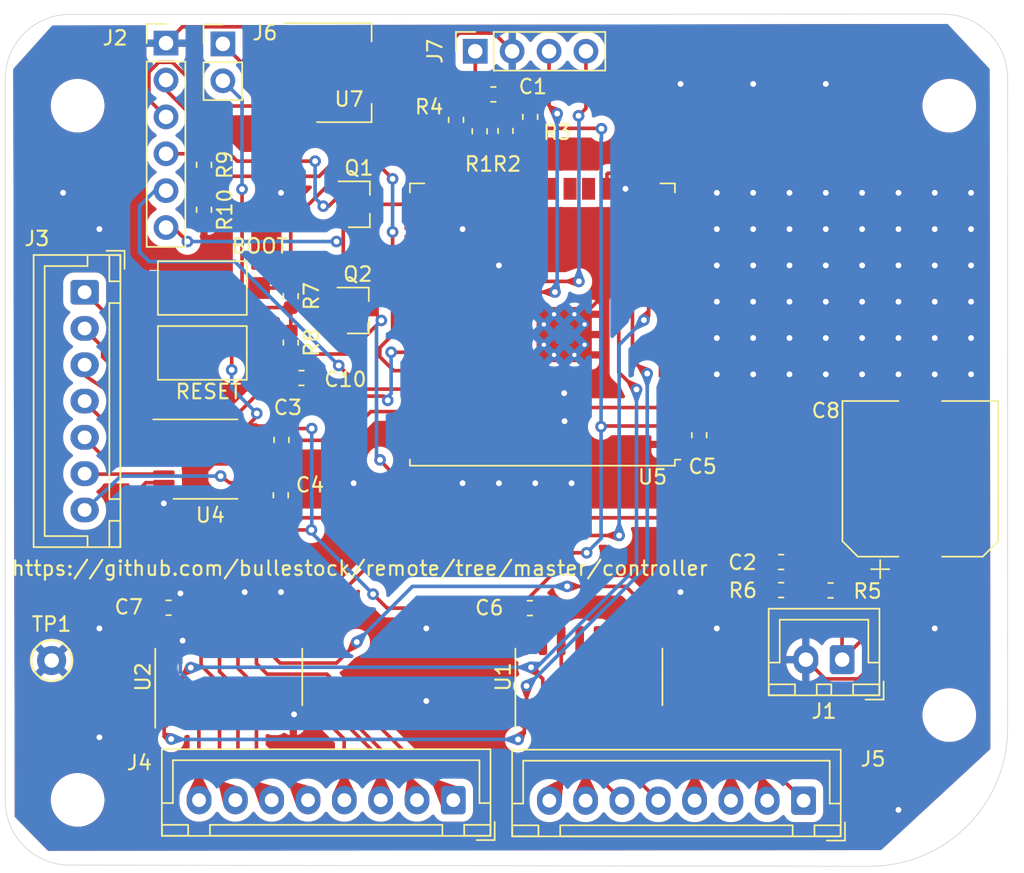
<source format=kicad_pcb>
(kicad_pcb (version 20241010) (generator "pcbnew") (generator_version "8.99")
  (title_block (comment 4 "AISLER Project ID: ALYTUZES"))
  (layers (0 "F.Cu" signal) (2 "B.Cu" signal) (13 "F.Paste" user) (15 "B.Paste" user) (5 "F.SilkS" user "F.Silkscreen") (7 "B.SilkS" user "B.Silkscreen") (1 "F.Mask" user) (3 "B.Mask" user) (25 "Edge.Cuts" user))
  (net 0 "")
  (net 1 "GND")
  (net 2 "Net-(U4-CH6)")
  (net 3 "PL")
  (net 4 "CP")
  (net 5 "Q7")
  (net 6 "SCL")
  (net 11 "Net-(J3-Pin_7)")
  (net 12 "Net-(J4-Pin_1)")
  (net 13 "Net-(J4-Pin_2)")
  (net 14 "Net-(J4-Pin_3)")
  (net 15 "Net-(J4-Pin_4)")
  (net 16 "Net-(J4-Pin_5)")
  (net 17 "Net-(J4-Pin_6)")
  (net 18 "MCU_RX0")
  (net 19 "+BATT")
  (net 20 "RTS")
  (net 21 "DTR")
  (net 22 "Net-(J2-Pin_4)")
  (net 23 "Net-(J3-Pin_3)")
  (net 24 "Net-(J3-Pin_6)")
  (net 25 "Net-(J3-Pin_4)")
  (net 26 "Net-(J3-Pin_5)")
  (net 27 "Net-(J3-Pin_1)")
  (net 28 "Net-(J3-Pin_2)")
  (net 29 "Net-(J4-Pin_8)")
  (net 30 "Net-(J4-Pin_7)")
  (net 31 "Net-(J5-Pin_4)")
  (net 32 "Net-(J5-Pin_5)")
  (net 33 "Net-(J5-Pin_2)")
  (net 35 "Net-(U1-Q7)")
  (net 38 "SDA")
  (net 39 "MCU_TX0")
  (net 48 "Net-(J5-Pin_8)")
  (net 49 "~{BOOT}")
  (net 50 "~{RESET}")
  (net 63 "Net-(J5-Pin_1)")
  (net 64 "Net-(J5-Pin_3)")
  (net 65 "Net-(J5-Pin_6)")
  (net 66 "Net-(J5-Pin_7)")
  (net 67 "+5V")
  (net 68 "Net-(J6-Pin_1)")
  (footprint "RF_Module:ESP32-WROOM-32U" (layer "F.Cu") (at 297.9928 114.0742 180)
    (property "Reference" "U5")
    (property "Value" "ESP32-WROOM-32U")
  )
  (footprint "Capacitor_SMD:C_0603_1608Metric" (layer "F.Cu") (at 294.6169 98.2218 180)
    (property "Reference" "C1")
    (property "Value" "1u")
  )
  (footprint "Package_SO:TSSOP-16_4.4x5mm_P0.65mm" (layer "F.Cu") (at 274.8026 123.3424)
    (property "Reference" "U4")
    (property "Value" "ADS7828")
  )
  (footprint "Capacitor_SMD:C_0603_1608Metric" (layer "F.Cu") (at 297.1292 133.604)
    (property "Reference" "C6")
    (property "Value" "100n")
  )
  (footprint "Capacitor_SMD:C_0603_1608Metric" (layer "F.Cu") (at 308.7878 121.6914 90)
    (property "Reference" "C5")
    (property "Value" "1u")
  )
  (footprint "Capacitor_SMD:C_0603_1608Metric" (layer "F.Cu") (at 279.9842 125.8316 -90)
    (property "Reference" "C4")
    (property "Value" "100n")
  )
  (footprint "Capacitor_SMD:C_0603_1608Metric" (layer "F.Cu") (at 280.035 122.0216 -90)
    (property "Reference" "C3")
    (property "Value" "1u")
  )
  (footprint "Capacitor_SMD:C_0603_1608Metric" (layer "F.Cu") (at 272.2626 133.5786)
    (property "Reference" "C7")
    (property "Value" "100n")
  )
  (footprint "MountingHole:MountingHole_3.2mm_M3" (layer "F.Cu") (at 266 99)
    (property "Reference" "H1" (hide yes))
    (property "Value" "MountingHole")
  )
  (footprint "MountingHole:MountingHole_3.2mm_M3" (layer "F.Cu") (at 326 99)
    (property "Reference" "H2" (hide yes))
    (property "Value" "MountingHole")
  )
  (footprint "MountingHole:MountingHole_3.2mm_M3" (layer "F.Cu") (at 326 140.97)
    (property "Reference" "H3" (hide yes))
    (property "Value" "MountingHole")
  )
  (footprint "MountingHole:MountingHole_3.2mm_M3" (layer "F.Cu") (at 266 146.812)
    (property "Reference" "H4" (hide yes))
    (property "Value" "MountingHole")
  )
  (footprint "Package_SO:SOP-16_3.9x9.9mm_P1.27mm" (layer "F.Cu") (at 301.1932 138.3392 90)
    (property "Reference" "U1")
    (property "Value" "74HC165")
  )
  (footprint "Package_SO:SOP-16_3.9x9.9mm_P1.27mm" (layer "F.Cu") (at 276.4028 138.343 90)
    (property "Reference" "U2")
    (property "Value" "74HC165")
  )
  (footprint "Connector_JST:JST_XH_B02B-XH-A_1x02_P2.50mm_Vertical" (layer "F.Cu") (at 318.6284 137.1516 180)
    (property "Reference" "J1")
    (property "Value" "Conn_01x02")
  )
  (footprint "Package_TO_SOT_SMD:SOT-223-3_TabPin2" (layer "F.Cu") (at 284.3276 96.7232)
    (property "Reference" "U7")
    (property "Value" "AMS1117-3.3")
  )
  (footprint "Resistor_SMD:R_0603_1608Metric" (layer "F.Cu") (at 274.7009 103.0732 -90)
    (property "Reference" "R9")
    (property "Value" "1k2")
  )
  (footprint "Resistor_SMD:R_0603_1608Metric" (layer "F.Cu") (at 317.8302 132.3848 180)
    (property "Reference" "R5")
    (property "Value" "100k")
  )
  (footprint "Package_TO_SOT_SMD:SOT-23" (layer "F.Cu") (at 285.2834 113.1062)
    (property "Reference" "Q2")
    (property "Value" "MMBT3904")
  )
  (footprint "Connector_JST:JST_XH_B07B-XH-A_1x07_P2.50mm_Vertical" (layer "F.Cu") (at 266.483 111.843 -90)
    (property "Reference" "J3")
    (property "Value" "Conn_01x07")
  )
  (footprint "Resistor_SMD:R_0603_1608Metric" (layer "F.Cu") (at 280.67 115.316 -90)
    (property "Reference" "R8")
    (property "Value" "10k")
  )
  (footprint "Connector_PinSocket_2.54mm:PinSocket_1x04_P2.54mm_Vertical" (layer "F.Cu") (at 293.37 95.25 90)
    (property "Reference" "J7")
    (property "Value" "MC130VX")
  )
  (footprint "Package_TO_SOT_SMD:SOT-23" (layer "F.Cu") (at 285.3596 105.791)
    (property "Reference" "Q1")
    (property "Value" "MMBT3904")
  )
  (footprint "TestPoint:TestPoint_Keystone_5000-5004_Miniature" (layer "F.Cu") (at 264.2108 137.2108)
    (property "Reference" "TP1")
    (property "Value" "TestPoint")
  )
  (footprint "Resistor_SMD:R_0603_1608Metric" (layer "F.Cu") (at 292.0492 99.9744 -90)
    (property "Reference" "R4")
    (property "Value" "N/M")
  )
  (footprint "Resistor_SMD:R_0603_1608Metric" (layer "F.Cu") (at 274.7009 106.172 -90)
    (property "Reference" "R10")
    (property "Value" "2k2")
  )
  (footprint "Resistor_SMD:R_0603_1608Metric" (layer "F.Cu") (at 295.4528 100.7364 -90)
    (property "Reference" "R2")
    (property "Value" "0R")
  )
  (footprint "Connector_JST:JST_XH_B08B-XH-A_1x08_P2.50mm_Vertical" (layer "F.Cu") (at 315.9684 146.8628 180)
    (property "Reference" "J5")
    (property "Value" "Conn_01x08")
  )
  (footprint "Button_Switch_SMD:SW_SPST_CK_RS282G05A3" (layer "F.Cu") (at 274.5856 111.5568)
    (property "Reference" "SW2" (hide yes))
    (property "Value" "SW_SPST")
  )
  (footprint "Capacitor_SMD:CP_Elec_10x10.5" (layer "F.Cu") (at 324.0024 124.6976 90)
    (property "Reference" "C8")
    (property "Value" "220u/16V")
  )
  (footprint "Resistor_SMD:R_0603_1608Metric" (layer "F.Cu") (at 297.1546 99.7712 -90)
    (property "Reference" "R3")
    (property "Value" "N/M")
  )
  (footprint "Capacitor_SMD:C_0603_1608Metric" (layer "F.Cu") (at 314.4266 130.429 180)
    (property "Reference" "C2")
    (property "Value" "10n")
  )
  (footprint "Connector_PinHeader_2.54mm:PinHeader_1x06_P2.54mm_Vertical" (layer "F.Cu") (at 272.0848 94.6912)
    (property "Reference" "J2")
    (property "Value" "Debug")
  )
  (footprint "Capacitor_SMD:C_0603_1608Metric" (layer "F.Cu") (at 281.4065 117.7544)
    (property "Reference" "C10")
    (property "Value" "100n")
  )
  (footprint "Resistor_SMD:R_0603_1608Metric" (layer "F.Cu") (at 280.67 112.1156 -90)
    (property "Reference" "R7")
    (property "Value" "10k")
  )
  (footprint "Resistor_SMD:R_0603_1608Metric" (layer "F.Cu") (at 314.4267 132.3594 180)
    (property "Reference" "R6")
    (property "Value" "100k")
  )
  (footprint "Resistor_SMD:R_0603_1608Metric" (layer "F.Cu") (at 293.6748 100.7628 -90)
    (property "Reference" "R1")
    (property "Value" "0R")
  )
  (footprint "Connector_JST:JST_XH_B08B-XH-A_1x08_P2.50mm_Vertical" (layer "F.Cu") (at 291.8584 146.829 180)
    (property "Reference" "J4")
    (property "Value" "Conn_01x08")
  )
  (footprint "Connector_PinHeader_2.54mm:PinHeader_1x02_P2.54mm_Vertical" (layer "F.Cu") (at 275.9964 94.742)
    (property "Reference" "J6")
    (property "Value" "Jumper")
  )
  (footprint "Button_Switch_SMD:SW_SPST_CK_RS282G05A3" (layer "F.Cu") (at 274.5856 116.0272)
    (property "Reference" "SW1" (hide yes))
    (property "Value" "SW_SPST")
  )
  (gr_line (start 265.401836 92.714843) (end 325.521844 92.692102) (stroke (width 0.05)) (layer "Edge.Cuts"))
  (gr_arc (start 261.017902 97.210356) (mid 262.2804 94.0562) (end 265.401836 92.714843) (stroke (width 0.05)) (layer "Edge.Cuts"))
  (gr_arc (start 330.013906 141.913987) (mid 327.2028 148.62769) (end 320.466415 151.383999) (stroke (width 0.05)) (layer "Edge.Cuts"))
  (gr_line (start 320.466415 151.383999) (end 265.510756 151.300298) (stroke (width 0.05)) (layer "Edge.Cuts"))
  (gr_line (start 261.015243 146.916364) (end 261.017902 97.210356) (stroke (width 0.05)) (layer "Edge.Cuts"))
  (gr_arc (start 265.510756 151.300298) (mid 262.3566 150.0378) (end 261.015243 146.916364) (stroke (width 0.05)) (layer "Edge.Cuts"))
  (gr_arc (start 325.521844 92.692102) (mid 328.676 93.9546) (end 330.017357 97.076036) (stroke (width 0.05)) (layer "Edge.Cuts"))
  (gr_line (start 330.017357 97.076036) (end 330.013906 141.913987) (stroke (width 0.05)) (layer "Edge.Cuts"))
  (gr_text "https://github.com/bullestock/remote/tree/master/controller" (at 285.4198 130.8608 0) (layer "F.SilkS") (effects (font (size 1 1))))
  (gr_text "BOOT" (at 276.5 109.25 0) (layer "F.SilkS") (effects (font (size 1 1)) (justify left bottom)))
  (gr_text "RESET" (at 272.6436 119.2784 0) (layer "F.SilkS") (effects (font (size 1 1)) (justify left bottom)))
  (segment (start 294.66 94) (end 295.91 95.25) (width 0.25) (layer "F.Cu") (net 1))
  (segment (start 313.6163 137.1637) (end 304.6005 137.1637) (width 0.25) (layer "F.Cu") (net 1))
  (segment (start 270.6856 111.5568) (end 270.6856 116.0272) (width 0.25) (layer "F.Cu") (net 1))
  (segment (start 324.0024 120.4976) (end 325.5774 122.0726) (width 0.25) (layer "F.Cu") (net 1))
  (segment (start 281.1776 94.4232) (end 280.3214 93.567) (width 0.25) (layer "F.Cu") (net 1))
  (segment (start 274.8788 125.6174) (end 271.9401 125.6174) (width 0.25) (layer "F.Cu") (net 1))
  (segment (start 282.194 117.7544) (end 281.394 118.5544) (width 0.25) (layer "F.Cu") (net 1))
  (segment (start 277.6651 123.6674) (end 275.3666 123.6674) (width 0.25) (layer "F.Cu") (net 1))
  (segment (start 316.1284 137.1516) (end 313.6284 137.1516) (width 0.25) (layer "F.Cu") (net 1))
  (segment (start 278.9825 125.6174) (end 279.9842 126.6191) (width 0.25) (layer "F.Cu") (net 1))
  (segment (start 306.7428 122.3292) (end 301.1198 122.3292) (width 0.25) (layer "F.Cu") (net 1))
  (segment (start 297.9167 133.604) (end 297.9167 135.7377) (width 0.25) (layer "F.Cu") (net 1))
  (segment (start 306.7428 122.3292) (end 308.6381 122.3292) (width 0.25) (layer "F.Cu") (net 1))
  (segment (start 304.3682 136.9314) (end 304.3682 135.8392) (width 0.25) (layer "F.Cu") (net 1))
  (segment (start 296.3927 98.2218) (end 297.1546 98.9837) (width 0.25) (layer "F.Cu") (net 1))
  (segment (start 275.3666 123.6674) (end 274.8788 124.1552) (width 0.25) (layer "F.Cu") (net 1))
  (segment (start 313.6391 130.429) (end 313.6391 132.3593) (width 0.25) (layer "F.Cu") (net 1))
  (segment (start 284.0735 122.8091) (end 284.5534 122.3292) (width 0.25) (layer "F.Cu") (net 1))
  (segment (start 313.6284 137.1516) (end 313.6163 137.1637) (width 0.25) (layer "F.Cu") (net 1))
  (segment (start 308.6381 122.3292) (end 308.7878 122.4789) (width 0.25) (layer "F.Cu") (net 1))
  (segment (start 277.6651 123.0174) (end 279.8267 123.0174) (width 0.25) (layer "F.Cu") (net 1))
  (segment (start 292.0492 100.7619) (end 291.2492 99.9619) (width 0.25) (layer "F.Cu") (net 1))
  (segment (start 313.6391 132.3593) (end 313.6392 132.3594) (width 0.25) (layer "F.Cu") (net 1))
  (segment (start 303.5808 133.604) (end 304.3682 134.3914) (width 0.25) (layer "F.Cu") (net 1))
  (segment (start 279.8267 123.0174) (end 280.035 122.8091) (width 0.25) (layer "F.Cu") (net 1))
  (segment (start 304.3682 134.3914) (end 304.3682 135.8392) (width 0.25) (layer "F.Cu") (net 1))
  (segment (start 273.209 93.567) (end 272.0848 94.6912) (width 0.25) (layer "F.Cu") (net 1))
  (segment (start 313.6392 132.3594) (end 313.6284 132.3702) (width 0.25) (layer "F.Cu") (net 1))
  (segment (start 280.035 122.8091) (end 284.0735 122.8091) (width 0.25) (layer "F.Cu") (net 1))
  (segment (start 273.0501 135.6653) (end 273.2278 135.843) (width 0.25) (layer "F.Cu") (net 1))
  (segment (start 280.3214 93.567) (end 273.209 93.567) (width 0.25) (layer "F.Cu") (net 1))
  (segment (start 292.27 94) (end 294.66 94) (width 0.25) (layer "F.Cu") (net 1))
  (segment (start 274.8788 124.1552) (end 274.8788 125.6174) (width 0.25) (layer "F.Cu") (net 1))
  (segment (start 291.9278 122.3292) (end 299.4928 114.7642) (width 0.25) (layer "F.Cu") (net 1))
  (segment (start 277.6651 123.6674) (end 277.6651 124.3174) (width 0.25) (layer "F.Cu") (net 1))
  (segment (start 273.0501 133.5786) (end 273.0501 135.6653) (width 0.25) (layer "F.Cu") (net 1))
  (segment (start 295.91 95.25) (end 295.91 97.7162) (width 0.25) (layer "F.Cu") (net 1))
  (segment (start 273.2128 118.5544) (end 270.6856 116.0272) (width 0.25) (layer "F.Cu") (net 1))
  (segment (start 295.4044 99.9005) (end 295.4528 99.9489) (width 0.25) (layer "F.Cu") (net 1))
  (segment (start 303.7078 104.7242) (end 303.7078 110.5492) (width 0.25) (layer "F.Cu") (net 1))
  (segment (start 277.6651 125.6174) (end 278.9825 125.6174) (width 0.25) (layer "F.Cu") (net 1))
  (segment (start 299.4928 118.7944) (end 299.4928 114.7642) (width 0.25) (layer "F.Cu") (net 1))
  (segment (start 273.0754 132.588) (end 273.0754 133.5533) (width 0.25) (layer "F.Cu") (net 1))
  (segment (start 289.2428 122.3292) (end 291.9278 122.3292) (width 0.25) (layer "F.Cu") (net 1))
  (segment (start 301.1198 122.3292) (end 299.5168 120.7262) (width 0.25) (layer "F.Cu") (net 1))
  (segment (start 291.2492 99.9619) (end 291.2492 95.0208) (width 0.25) (layer "F.Cu") (net 1))
  (segment (start 280.8478 140.8684) (end 280.8986 140.9192) (width 0.25) (layer "F.Cu") (net 1))
  (segment (start 295.4044 98.2218) (end 296.3927 98.2218) (width 0.25) (layer "F.Cu") (net 1))
  (segment (start 295.4044 98.2218) (end 295.4044 99.9005) (width 0.25) (layer "F.Cu") (net 1))
  (segment (start 271.9401 126.3827) (end 271.9324 126.3904) (width 0.25) (layer "F.Cu") (net 1))
  (segment (start 295.4528 99.9489) (end 295.4528 101.5239) (width 0.25) (layer "F.Cu") (net 1))
  (segment (start 277.6651 125.6174) (end 274.8788 125.6174) (width 0.25) (layer "F.Cu") (net 1))
  (segment (start 281.394 118.5544) (end 273.2128 118.5544) (width 0.25) (layer "F.Cu") (net 1))
  (segment (start 291.2492 95.0208) (end 292.27 94) (width 0.25) (layer "F.Cu") (net 1))
  (segment (start 303.7078 110.5492) (end 299.4928 114.7642) (width 0.25) (layer "F.Cu") (net 1))
  (segment (start 297.9167 133.604) (end 303.5808 133.604) (width 0.25) (layer "F.Cu") (net 1))
  (segment (start 297.9167 135.7377) (end 298.0182 135.8392) (width 0.25) (layer "F.Cu") (net 1))
  (segment (start 299.4914 118.7958) (end 299.4928 118.7944) (width 0.25) (layer "F.Cu") (net 1))
  (segment (start 284.5534 122.3292) (end 289.2428 122.3292) (width 0.25) (layer "F.Cu") (net 1))
  (segment (start 273.0754 133.5533) (end 273.0501 133.5786) (width 0.25) (layer "F.Cu") (net 1))
  (segment (start 271.9401 125.6174) (end 271.9401 126.3827) (width 0.25) (layer "F.Cu") (net 1))
  (segment (start 325.5774 132.6386) (end 319.7394 138.4766) (width 0.25) (layer "F.Cu") (net 1))
  (segment (start 313.6284 132.3702) (end 313.6284 137.1516) (width 0.25) (layer "F.Cu") (net 1))
  (segment (start 317.4534 138.4766) (end 316.1284 137.1516) (width 0.25) (layer "F.Cu") (net 1))
  (segment (start 280.8478 140.843) (end 280.8478 140.8684) (width 0.25) (layer "F.Cu") (net 1))
  (segment (start 304.6005 137.1637) (end 304.3682 136.9314) (width 0.25) (layer "F.Cu") (net 1))
  (segment (start 319.7394 138.4766) (end 317.4534 138.4766) (width 0.25) (layer "F.Cu") (net 1))
  (segment (start 295.91 97.7162) (end 295.4044 98.2218) (width 0.25) (layer "F.Cu") (net 1))
  (segment (start 277.6651 123.0174) (end 277.6651 123.6674) (width 0.25) (layer "F.Cu") (net 1))
  (segment (start 308.7878 122.4789) (end 308.7879 122.4788) (width 0.25) (layer "F.Cu") (net 1))
  (segment (start 325.5774 122.0726) (end 325.5774 132.6386) (width 0.25) (layer "F.Cu") (net 1))
  (via (at 310 112.5) (size 0.8) (drill 0.4) (layers "F.Cu" "B.Cu") (net 1))
  (via (at 295 125) (size 0.8) (drill 0.4) (layers "F.Cu" "B.Cu") (net 1))
  (via (at 322.5 147.5) (size 0.8) (drill 0.4) (layers "F.Cu" "B.Cu") (net 1))
  (via (at 320 110) (size 0.8) (drill 0.4) (layers "F.Cu" "B.Cu") (net 1))
  (via (at 277.5 132.5) (size 0.8) (drill 0.4) (layers "F.Cu" "B.Cu") (net 1))
  (via (at 312.5 107.5) (size 0.8) (drill 0.4) (layers "F.Cu" "B.Cu") (net 1))
  (via (at 295 110) (size 0.8) (drill 0.4) (layers "F.Cu" "B.Cu") (net 1))
  (via (at 299.4914 118.7958) (size 0.8) (drill 0.4) (layers "F.Cu" "B.Cu") (net 1))
  (via (at 297.5 125) (size 0.8) (drill 0.4) (layers "F.Cu" "B.Cu") (net 1))
  (via (at 292.5 125) (size 0.8) (drill 0.4) (layers "F.Cu" "B.Cu") (net 1))
  (via (at 315 107.5) (size 0.8) (drill 0.4) (layers "F.Cu" "B.Cu") (net 1))
  (via (at 312.5 105) (size 0.8) (drill 0.4) (layers "F.Cu" "B.Cu") (net 1))
  (via (at 307.5 132.5) (size 0.8) (drill 0.4) (layers "F.Cu" "B.Cu") (net 1))
  (via (at 310 105) (size 0.8) (drill 0.4) (layers "F.Cu" "B.Cu") (net 1))
  (via (at 273.2278 135.843) (size 0.8) (drill 0.4) (layers "F.Cu" "B.Cu") (net 1))
  (via (at 299.5168 120.7262) (size 0.8) (drill 0.4) (layers "F.Cu" "B.Cu") (net 1))
  (via (at 310 115) (size 0.8) (drill 0.4) (layers "F.Cu" "B.Cu") (net 1))
  (via (at 315 105) (size 0.8) (drill 0.4) (layers "F.Cu" "B.Cu") (net 1))
  (via (at 315 110) (size 0.8) (drill 0.4) (layers "F.Cu" "B.Cu") (net 1))
  (via (at 317.5 110) (size 0.8) (drill 0.4) (layers "F.Cu" "B.Cu") (net 1))
  (via (at 322.5 112.5) (size 0.8) (drill 0.4) (layers "F.Cu" "B.Cu") (net 1))
  (via (at 315 115) (size 0.8) (drill 0.4) (layers "F.Cu" "B.Cu") (net 1))
  (via (at 292.5 107.5) (size 0.8) (drill 0.4) (layers "F.Cu" "B.Cu") (net 1))
  (via (at 322.5 105) (size 0.8) (drill 0.4) (layers "F.Cu" "B.Cu") (net 1))
  (via (at 271.9324 126.3904) (size 0.8) (drill 0.4) (layers "F.Cu" "B.Cu") (net 1))
  (via (at 273.0754 132.588) (size 0.8) (drill 0.4) (layers "F.Cu" "B.Cu") (net 1))
  (via (at 303.7078 104.7242) (size 0.8) (drill 0.4) (layers "F.Cu" "B.Cu") (net 1))
  (via (at 320 117.5) (size 0.8) (drill 0.4) (layers "F.Cu" "B.Cu") (net 1))
  (via (at 325 135) (size 0.8) (drill 0.4) (layers "F.Cu" "B.Cu") (net 1))
  (via (at 320 105) (size 0.8) (drill 0.4) (layers "F.Cu" "B.Cu") (net 1))
  (via (at 267.5 135) (size 0.8) (drill 0.4) (layers "F.Cu" "B.Cu") (net 1))
  (via (at 320 115) (size 0.8) (drill 0.4) (layers "F.Cu" "B.Cu") (net 1))
  (via (at 312.5 112.5) (size 0.8) (drill 0.4) (layers "F.Cu" "B.Cu") (net 1))
  (via (at 325 107.5) (size 0.8) (drill 0.4) (layers "F.Cu" "B.Cu") (net 1))
  (via (at 322.5 117.5) (size 0.8) (drill 0.4) (layers "F.Cu" "B.Cu") (net 1))
  (via (at 320 107.5) (size 0.8) (drill 0.4) (layers "F.Cu" "B.Cu") (net 1))
  (via (at 322.5 107.5) (size 0.8) (drill 0.4) (layers "F.Cu" "B.Cu") (net 1))
  (via (at 290 140) (size 0.8) (drill 0.4) (layers "F.Cu" "B.Cu") (net 1))
  (via (at 325 105) (size 0.8) (drill 0.4) (layers "F.Cu" "B.Cu") (net 1))
  (via (at 312.5 110) (size 0.8) (drill 0.4) (layers "F.Cu" "B.Cu") (net 1))
  (via (at 317.5 97.5) (size 0.8) (drill 0.4) (layers "F.Cu" "B.Cu") (net 1))
  (via (at 322.5 110) (size 0.8) (drill 0.4) (layers "F.Cu" "B.Cu") (net 1))
  (via (at 317.5 117.5) (size 0.8) (drill 0.4) (layers "F.Cu" "B.Cu") (net 1))
  (via (at 320 112.5) (size 0.8) (drill 0.4) (layers "F.Cu" "B.Cu") (net 1))
  (via (at 327.5 105) (size 0.8) (drill 0.4) (layers "F.Cu" "B.Cu") (net 1))
  (via (at 310 135) (size 0.8) (drill 0.4) (layers "F.Cu" "B.Cu") (net 1))
  (via (at 310 107.5) (size 0.8) (drill 0.4) (layers "F.Cu" "B.Cu") (net 1))
  (via (at 265 105) (size 0.8) (drill 0.4) (layers "F.Cu" "B.Cu") (net 1))
  (via (at 300 125) (size 0.8) (drill 0.4) (layers "F.Cu" "B.Cu") (net 1))
  (via (at 285 125) (size 0.8) (drill 0.4) (layers "F.Cu" "B.Cu") (net 1))
  (via (at 327.5 117.5) (size 0.8) (drill 0.4) (layers "F.Cu" "B.Cu") (net 1))
  (via (at 312.5 115) (size 0.8) (drill 0.4) (layers "F.Cu" "B.Cu") (net 1))
  (via (at 280 132.5) (size 0.8) (drill 0.4) (layers "F.Cu" "B.Cu") (net 1))
  (via (at 317.5 107.5) (size 0.8) (drill 0.4) (layers "F.Cu" "B.Cu") (net 1))
  (via (at 327.5 115) (size 0.8) (drill 0.4) (layers "F.Cu" "B.Cu") (net 1))
  (via (at 280.8986 140.9192) (size 0.8) (drill 0.4) (layers "F.Cu" "B.Cu") (net 1))
  (via (at 310 117.5) (size 0.8) (drill 0.4) (layers "F.Cu" "B.Cu") (net 1))
  (via (at 317.5 112.5) (size 0.8) (drill 0.4) (layers "F.Cu" "B.Cu") (net 1))
  (via (at 280 105) (size 0.8) (drill 0.4) (layers "F.Cu" "B.Cu") (net 1))
  (via (at 327.5 107.5) (size 0.8) (drill 0.4) (layers "F.Cu" "B.Cu") (net 1))
  (via (at 312.5 117.5) (size 0.8) (drill 0.4) (layers "F.Cu" "B.Cu") (net 1))
  (via (at 315 117.5) (size 0.8) (drill 0.4) (layers "F.Cu" "B.Cu") (net 1))
  (via (at 307.5 97.5) (size 0.8) (drill 0.4) (layers "F.Cu" "B.Cu") (net 1))
  (via (at 267.5 142.5) (size 0.8) (drill 0.4) (layers "F.Cu" "B.Cu") (net 1))
  (via (at 310 110) (size 0.8) (drill 0.4) (layers "F.Cu" "B.Cu") (net 1))
  (via (at 315 112.5) (size 0.8) (drill 0.4) (layers "F.Cu" "B.Cu") (net 1))
  (via (at 327.5 112.5) (size 0.8) (drill 0.4) (layers "F.Cu" "B.Cu") (net 1))
  (via (at 290 135) (size 0.8) (drill 0.4) (layers "F.Cu" "B.Cu") (net 1))
  (via (at 317.5 105) (size 0.8) (drill 0.4) (layers "F.Cu" "B.Cu") (net 1))
  (via (at 325 115) (size 0.8) (drill 0.4) (layers "F.Cu" "B.Cu") (net 1))
  (via (at 317.5 115) (size 0.8) (drill 0.4) (layers "F.Cu" "B.Cu") (net 1))
  (via (at 322.5 115) (size 0.8) (drill 0.4) (layers "F.Cu" "B.Cu") (net 1))
  (via (at 327.5 110) (size 0.8) (drill 0.4) (layers "F.Cu" "B.Cu") (net 1))
  (via (at 267.5 107.5) (size 0.8) (drill 0.4) (layers "F.Cu" "B.Cu") (net 1))
  (via (at 325 110) (size 0.8) (drill 0.4) (layers "F.Cu" "B.Cu") (net 1))
  (via (at 325 112.5) (size 0.8) (drill 0.4) (layers "F.Cu" "B.Cu") (net 1))
  (via (at 312.5 97.5) (size 0.8) (drill 0.4) (layers "F.Cu" "B.Cu") (net 1))
  (via (at 325 117.5) (size 0.8) (drill 0.4) (layers "F.Cu" "B.Cu") (net 1))
  (segment (start 303.8094 104.6226) (end 303.7078 104.7242) (width 0.25) (layer "B.Cu") (net 1))
  (segment (start 299.5168 118.8212) (end 299.4914 118.7958) (width 0.25) (layer "B.Cu") (net 1))
  (segment (start 273.490841 138.424399) (end 273.066439 137.999997) (width 0.25) (layer "B.Cu") (net 1))
  (segment (start 273.066439 137.399801) (end 273.10304 137.3632) (width 0.25) (layer "B.Cu") (net 1))
  (segment (start 299.5168 120.7262) (end 299.5168 118.8212) (width 0.25) (layer "B.Cu") (net 1))
  (segment (start 280.8986 140.9192) (end 276.010663 140.9192) (width 0.25) (layer "B.Cu") (net 1))
  (segment (start 273.066439 137.999997) (end 273.066439 137.399801) (width 0.25) (layer "B.Cu") (net 1))
  (segment (start 273.10304 137.3632) (end 273.10304 135.96776) (width 0.25) (layer "B.Cu") (net 1))
  (segment (start 271.9324 126.3904) (end 271.9324 131.445) (width 0.25) (layer "B.Cu") (net 1))
  (segment (start 276.010663 140.9192) (end 273.515862 138.424399) (width 0.25) (layer "B.Cu") (net 1))
  (segment (start 273.10304 135.96776) (end 273.2278 135.843) (width 0.25) (layer "B.Cu") (net 1))
  (segment (start 271.9324 131.445) (end 273.0754 132.588) (width 0.25) (layer "B.Cu") (net 1))
  (segment (start 273.515862 138.424399) (end 273.490841 138.424399) (width 0.25) (layer "B.Cu") (net 1))
  (segment (start 315.2141 132.3593) (end 315.2142 132.3594) (width 0.25) (layer "F.Cu") (net 2))
  (segment (start 317.0427 132.3848) (end 315.2396 132.3848) (width 0.25) (layer "F.Cu") (net 2))
  (segment (start 270.6884 124.9674) (end 271.9401 124.9674) (width 0.25) (layer "F.Cu") (net 2))
  (segment (start 315.2141 130.429) (end 315.2141 132.3593) (width 0.25) (layer "F.Cu") (net 2))
  (segment (start 271.3229 127.3811) (end 270.1036 126.1618) (width 0.25) (layer "F.Cu") (net 2))
  (segment (start 315.2396 132.3848) (end 315.2142 132.3594) (width 0.25) (layer "F.Cu") (net 2))
  (segment (start 270.1036 125.5522) (end 270.6884 124.9674) (width 0.25) (layer "F.Cu") (net 2))
  (segment (start 270.1036 126.1618) (end 270.1036 125.5522) (width 0.25) (layer "F.Cu") (net 2))
  (segment (start 315.2141 130.429) (end 312.1662 127.3811) (width 0.25) (layer "F.Cu") (net 2))
  (segment (start 312.1662 127.3811) (end 271.3229 127.3811) (width 0.25) (layer "F.Cu") (net 2))
  (segment (start 272.4404 142.621) (end 272.1356 142.621) (width 0.25) (layer "F.Cu") (net 3))
  (segment (start 304.1904 112.9284) (end 304.807699 112.4204) (width 0.25) (layer "F.Cu") (net 3))
  (segment (start 304.807699 112.4204) (end 304.807699 107.175301) (width 0.25) (layer "F.Cu") (net 3))
  (segment (start 305.2064 117.4496) (end 304.1904 116.5606) (width 0.25) (layer "F.Cu") (net 3))
  (segment (start 306.1638 105.8192) (end 306.7428 105.8192) (width 0.25) (layer "F.Cu") (net 3))
  (segment (start 296.9006 140.6868) (end 296.7482 140.8392) (width 0.25) (layer "F.Cu") (net 3))
  (segment (start 304.807699 107.175301) (end 306.1638 105.8192) (width 0.25) (layer "F.Cu") (net 3))
  (segment (start 296.9006 138.9634) (end 296.9006 140.6868) (width 0.25) (layer "F.Cu") (net 3))
  (segment (start 296.7482 140.8392) (end 296.7482 142.2146) (width 0.25) (layer "F.Cu") (net 3))
  (segment (start 304.1904 116.5606) (end 304.1904 112.9284) (width 0.25) (layer "F.Cu") (net 3))
  (segment (start 271.9578 142.4432) (end 271.9578 140.843) (width 0.25) (layer "F.Cu") (net 3))
  (segment (start 296.7482 142.2146) (end 296.3164 142.6464) (width 0.25) (layer "F.Cu") (net 3))
  (segment (start 272.1356 142.621) (end 271.9578 142.4432) (width 0.25) (layer "F.Cu") (net 3))
  (via (at 296.9006 138.9634) (size 0.8) (drill 0.4) (layers "F.Cu" "B.Cu") (net 3))
  (via (at 305.2064 117.4496) (size 0.8) (drill 0.4) (layers "F.Cu" "B.Cu") (net 3))
  (via (at 296.3164 142.6464) (size 0.8) (drill 0.4) (layers "F.Cu" "B.Cu") (net 3))
  (via (at 272.4404 142.621) (size 0.8) (drill 0.4) (layers "F.Cu" "B.Cu") (net 3))
  (segment (start 305.2064 130.7084) (end 296.9514 138.9634) (width 0.25) (layer "B.Cu") (net 3))
  (segment (start 296.3164 142.6464) (end 272.4658 142.6464) (width 0.25) (layer "B.Cu") (net 3))
  (segment (start 305.2064 117.4496) (end 305.2064 130.7084) (width 0.25) (layer "B.Cu") (net 3))
  (segment (start 272.4658 142.6464) (end 272.4404 142.621) (width 0.25) (layer "B.Cu") (net 3))
  (segment (start 296.9514 138.9634) (end 296.9006 138.9634) (width 0.25) (layer "B.Cu") (net 3))
  (segment (start 298.0182 140.8392) (end 298.0182 138.4808) (width 0.25) (layer "F.Cu") (net 4))
  (segment (start 304.205798 106.942622) (end 304.205798 111.5822) (width 0.25) (layer "F.Cu") (net 4))
  (segment (start 304.205798 111.5822) (end 303.2506 112.4712) (width 0.25) (layer "F.Cu") (net 4))
  (segment (start 304.4367 103.6497) (end 304.4823 103.6953) (width 0.25) (layer "F.Cu") (net 4))
  (segment (start 302.4378 103.7242) (end 302.5123 103.6497) (width 0.25) (layer "F.Cu") (net 4))
  (segment (start 304.4823 106.66612) (end 304.205798 106.942622) (width 0.25) (layer "F.Cu") (net 4))
  (segment (start 273.2278 140.843) (end 273.2278 138.263038) (width 0.25) (layer "F.Cu") (net 4))
  (segment (start 298.0182 138.4808) (end 297.213801 137.676401) (width 0.25) (layer "F.Cu") (net 4))
  (segment (start 303.2506 117.3734) (end 304.4698 118.5418) (width 0.25) (layer "F.Cu") (net 4))
  (segment (start 304.4823 103.6953) (end 304.4823 106.66612) (width 0.25) (layer "F.Cu") (net 4))
  (segment (start 303.2506 112.4712) (end 303.2506 117.3734) (width 0.25) (layer "F.Cu") (net 4))
  (segment (start 273.2278 138.263038) (end 273.790939 137.699899) (width 0.25) (layer "F.Cu") (net 4))
  (segment (start 302.4378 104.7242) (end 302.4378 103.7242) (width 0.25) (layer "F.Cu") (net 4))
  (segment (start 302.5123 103.6497) (end 304.4367 103.6497) (width 0.25) (layer "F.Cu") (net 4))
  (via (at 273.790939 137.699899) (size 0.8) (drill 0.4) (layers "F.Cu" "B.Cu") (net 4))
  (via (at 297.213801 137.676401) (size 0.8) (drill 0.4) (layers "F.Cu" "B.Cu") (net 4))
  (via (at 304.4698 118.5418) (size 0.8) (drill 0.4) (layers "F.Cu" "B.Cu") (net 4))
  (segment (start 297.213801 137.676401) (end 273.814437 137.676401) (width 0.25) (layer "B.Cu") (net 4))
  (segment (start 273.814437 137.676401) (end 273.790939 137.699899) (width 0.25) (layer "B.Cu") (net 4))
  (segment (start 304.4698 130.80931) (end 297.602709 137.676401) (width 0.25) (layer "B.Cu") (net 4))
  (segment (start 297.602709 137.676401) (end 297.213801 137.676401) (width 0.25) (layer "B.Cu") (net 4))
  (segment (start 304.4698 118.5418) (end 304.4698 130.80931) (width 0.25) (layer "B.Cu") (net 4))
  (segment (start 288.0906 128.6002) (end 280.8478 135.843) (width 0.25) (layer "F.Cu") (net 5))
  (segment (start 306.7428 107.0892) (end 305.7428 107.0892) (width 0.25) (layer "F.Cu") (net 5))
  (segment (start 305.308 113.4364) (end 304.9778 113.7666) (width 0.25) (layer "F.Cu") (net 5))
  (segment (start 305.308 107.524) (end 305.308 113.4364) (width 0.25) (layer "F.Cu") (net 5))
  (segment (start 305.7428 107.0892) (end 305.308 107.524) (width 0.25) (layer "F.Cu") (net 5))
  (segment (start 303.276 128.6002) (end 288.0906 128.6002) (width 0.25) (layer "F.Cu") (net 5))
  (via (at 303.276 128.6002) (size 0.8) (drill 0.4) (layers "F.Cu" "B.Cu") (net 5))
  (via (at 304.9778 113.7666) (size 0.8) (drill 0.4) (layers "F.Cu" "B.Cu") (net 5))
  (segment (start 304.9778 113.7666) (end 303.276 115.4684) (width 0.25) (layer "B.Cu") (net 5))
  (segment (start 303.276 115.4684) (end 303.276 128.6002) (width 0.25) (layer "B.Cu") (net 5))
  (segment (start 277.6651 122.3674) (end 278.8764 122.3674) (width 0.25) (layer "F.Cu") (net 6))
  (segment (start 298.45 95.25) (end 298.45 98.9838) (width 0.25) (layer "F.Cu") (net 6))
  (segment (start 298.45 98.9838) (end 299.0088 99.5426) (width 0.25) (layer "F.Cu") (net 6))
  (segment (start 288.9628 120.0692) (end 289.2428 119.7892) (width 0.25) (layer "F.Cu") (net 6))
  (segment (start 278.8764 122.3674) (end 279.1968 122.047) (width 0.25) (layer "F.Cu") (net 6))
  (segment (start 297.7748 111.8362) (end 298.8564 111.8362) (width 0.25) (layer "F.Cu") (net 6))
  (segment (start 284.199832 122.047078) (end 286.17771 120.0692) (width 0.25) (layer "F.Cu") (net 6))
  (segment (start 289.8218 119.7892) (end 297.7748 111.8362) (width 0.25) (layer "F.Cu") (net 6))
  (segment (start 286.17771 120.0692) (end 288.9628 120.0692) (width 0.25) (layer "F.Cu") (net 6))
  (segment (start 279.1968 122.047) (end 284.199832 122.047078) (width 0.25) (layer "F.Cu") (net 6))
  (segment (start 289.2428 119.7892) (end 289.8218 119.7892) (width 0.25) (layer "F.Cu") (net 6))
  (via (at 299.0088 99.5426) (size 0.8) (drill 0.4) (layers "F.Cu" "B.Cu") (net 6))
  (via (at 298.8564 111.8362) (size 0.8) (drill 0.4) (layers "F.Cu" "B.Cu") (net 6))
  (segment (start 298.8564 111.8362) (end 299.0088 111.6838) (width 0.25) (layer "B.Cu") (net 6))
  (segment (start 299.0088 111.6838) (end 299.0088 99.5426) (width 0.25) (layer "B.Cu") (net 6))
  (segment (start 276.4542 124.9674) (end 277.6651 124.9674) (width 0.25) (layer "F.Cu") (net 11))
  (segment (start 275.844 124.5108) (end 276.4542 124.9674) (width 0.25) (layer "F.Cu") (net 11))
  (segment (start 279.9842 125.0441) (end 277.7418 125.0441) (width 0.25) (layer "F.Cu") (net 11))
  (segment (start 277.7418 125.0441) (end 277.6651 124.9674) (width 0.25) (layer "F.Cu") (net 11))
  (via (at 275.844 124.5108) (size 0.8) (drill 0.4) (layers "F.Cu" "B.Cu") (net 11))
  (segment (start 268.986 124.5108) (end 266.483 126.843) (width 0.25) (layer "B.Cu") (net 11))
  (segment (start 275.844 124.5108) (end 268.986 124.5108) (width 0.25) (layer "B.Cu") (net 11))
  (segment (start 278.3078 137.414) (end 279.0444 138.1506) (width 0.25) (layer "F.Cu") (net 12))
  (segment (start 283.1592 138.1506) (end 291.846 146.8374) (width 0.25) (layer "F.Cu") (net 12))
  (segment (start 278.3078 135.843) (end 278.3078 137.414) (width 0.25) (layer "F.Cu") (net 12))
  (segment (start 279.0444 138.1506) (end 283.1592 138.1506) (width 0.25) (layer "F.Cu") (net 12))
  (segment (start 277.0378 135.843) (end 277.0378 136.244044) (width 0.25) (layer "F.Cu") (net 13))
  (segment (start 282.135501 138.600101) (end 277.893701 138.600101) (width 0.25) (layer "F.Cu") (net 13))
  (segment (start 289.346 146.8374) (end 289.346 145.8106) (width 0.25) (layer "F.Cu") (net 13))
  (segment (start 277.893701 138.600101) (end 277.0378 137.7442) (width 0.25) (layer "F.Cu") (net 13))
  (segment (start 277.0378 137.7442) (end 277.0378 135.843) (width 0.25) (layer "F.Cu") (net 13))
  (segment (start 289.346 145.8106) (end 282.135501 138.600101) (width 0.25) (layer "F.Cu") (net 13))
  (segment (start 275.7678 137.9728) (end 276.844602 139.049602) (width 0.25) (layer "F.Cu") (net 14))
  (segment (start 281.924602 139.049602) (end 286.846 143.971) (width 0.25) (layer "F.Cu") (net 14))
  (segment (start 275.7678 135.843) (end 275.7678 137.9728) (width 0.25) (layer "F.Cu") (net 14))
  (segment (start 276.844602 139.049602) (end 281.924602 139.049602) (width 0.25) (layer "F.Cu") (net 14))
  (segment (start 286.846 143.971) (end 286.846 146.8374) (width 0.25) (layer "F.Cu") (net 14))
  (segment (start 274.4978 137.541) (end 274.4978 135.843) (width 0.25) (layer "F.Cu") (net 15))
  (segment (start 276.455903 139.499103) (end 274.4978 137.541) (width 0.25) (layer "F.Cu") (net 15))
  (segment (start 284.346 142.614) (end 281.231103 139.499103) (width 0.25) (layer "F.Cu") (net 15))
  (segment (start 284.346 146.8374) (end 284.346 142.614) (width 0.25) (layer "F.Cu") (net 15))
  (segment (start 281.231103 139.499103) (end 276.455903 139.499103) (width 0.25) (layer "F.Cu") (net 15))
  (segment (start 274.4978 135.843) (end 274.4978 136.244044) (width 0.25) (layer "F.Cu") (net 15))
  (segment (start 278.3078 140.843) (end 278.3078 143.2992) (width 0.25) (layer "F.Cu") (net 16))
  (segment (start 278.3078 143.2992) (end 281.846 146.8374) (width 0.25) (layer "F.Cu") (net 16))
  (segment (start 277.0378 144.5292) (end 279.346 146.8374) (width 0.25) (layer "F.Cu") (net 17))
  (segment (start 277.0378 140.843) (end 277.0378 144.5292) (width 0.25) (layer "F.Cu") (net 17))
  (segment (start 286.8038 115.655384) (end 287.6804 114.778784) (width 0.25) (layer "F.Cu") (net 18))
  (segment (start 286.8038 116.297416) (end 286.8038 115.655384) (width 0.25) (layer "F.Cu") (net 18))
  (segment (start 282.6257 103.8607) (end 283.5148 102.9716) (width 0.25) (layer "F.Cu") (net 18))
  (segment (start 286.6136 102.9716) (end 287.6804 104.0384) (width 0.25) (layer "F.Cu") (net 18))
  (segment (start 289.2428 117.2492) (end 287.755584 117.2492) (width 0.25) (layer "F.Cu") (net 18))
  (segment (start 274.7009 103.8607) (end 282.6257 103.8607) (width 0.25) (layer "F.Cu") (net 18))
  (segment (start 287.755584 117.2492) (end 286.8038 116.297416) (width 0.25) (layer "F.Cu") (net 18))
  (segment (start 283.5148 102.9716) (end 286.6136 102.9716) (width 0.25) (layer "F.Cu") (net 18))
  (segment (start 287.6804 114.778784) (end 287.6804 107.696) (width 0.25) (layer "F.Cu") (net 18))
  (segment (start 274.7009 103.8607) (end 274.7009 105.3845) (width 0.25) (layer "F.Cu") (net 18))
  (via (at 287.6804 104.0384) (size 0.8) (drill 0.4) (layers "F.Cu" "B.Cu") (net 18))
  (via (at 287.6804 107.696) (size 0.8) (drill 0.4) (layers "F.Cu" "B.Cu") (net 18))
  (segment (start 287.6804 107.696) (end 287.6804 104.0384) (width 0.25) (layer "B.Cu") (net 18))
  (segment (start 297.1546 100.5587) (end 297.1546 101.07214) (width 0.25) (layer "F.Cu") (net 19))
  (segment (start 274.8534 128.2192) (end 271.4498 131.6228) (width 0.25) (layer "F.Cu") (net 19))
  (segment (start 309.7275 121.7675) (end 318.6177 130.6577) (width 0.25) (layer "F.Cu") (net 19))
  (segment (start 294.4109 102.2864) (end 293.6748 101.5503) (width 0.25) (layer "F.Cu") (net 19))
  (segment (start 277.6819 112.9031) (end 277.3172 112.5384) (width 0.25) (layer "F.Cu") (net 19))
  (segment (start 271.4751 135.3603) (end 271.9578 135.843) (width 0.25) (layer "F.Cu") (net 19))
  (segment (start 280.67 112.9031) (end 280.67 114.5285) (width 0.25) (layer "F.Cu") (net 19))
  (segment (start 280.67 114.5285) (end 277.8343 114.5285) (width 0.25) (layer "F.Cu") (net 19))
  (segment (start 277.8343 114.5285) (end 276.606 115.7568) (width 0.25) (layer "F.Cu") (net 19))
  (segment (start 302.0315 100.5587) (end 302.0568 100.584) (width 0.25) (layer "F.Cu") (net 19))
  (segment (start 293.6748 99.9753) (end 293.6748 98.3764) (width 0.25) (layer "F.Cu") (net 19))
  (segment (start 308.7878 120.9039) (end 306.8981 120.9039) (width 0.25) (layer "F.Cu") (net 19))
  (segment (start 293.6748 99.9753) (end 293.6748 101.5503) (width 0.25) (layer "F.Cu") (net 19))
  (segment (start 297.1546 100.5587) (end 302.0315 100.5587) (width 0.25) (layer "F.Cu") (net 19))
  (segment (start 278.3332 120.3993) (end 277.6651 121.0674) (width 0.25) (layer "F.Cu") (net 19))
  (segment (start 292.8864 99.1869) (end 293.6748 99.9753) (width 0.25) (layer "F.Cu") (net 19))
  (segment (start 306.7428 121.0592) (end 302.0794 121.0592) (width 0.25) (layer "F.Cu") (net 19))
  (segment (start 293.37 95.25) (end 293.37 97.7624) (width 0.25) (layer "F.Cu") (net 19))
  (segment (start 296.3417 135.4327) (end 296.7482 135.8392) (width 0.25) (layer "F.Cu") (net 19))
  (segment (start 277.3172 112.5384) (end 277.3172 104.7496) (width 0.25) (layer "F.Cu") (net 19))
  (segment (start 296.3417 133.604) (end 287.2994 133.604) (width 0.25) (layer "F.Cu") (net 19))
  (segment (start 293.37 97.7624) (end 293.8294 98.2218) (width 0.25) (layer "F.Cu") (net 19))
  (segment (start 297.1546 100.5587) (end 297.0019 100.7114) (width 0.25) (layer "F.Cu") (net 19))
  (segment (start 309.7275 120.9039) (end 309.7275 121.7675) (width 0.25) (layer "F.Cu") (net 19))
  (segment (start 280.67 112.9031) (end 277.6819 112.9031) (width 0.25) (layer "F.Cu") (net 19))
  (segment (start 296.3417 133.604) (end 296.3417 135.4327) (width 0.25) (layer "F.Cu") (net 19))
  (segment (start 318.6177 130.6577) (end 318.6177 132.3848) (width 0.25) (layer "F.Cu") (net 19))
  (segment (start 278.3332 120.1928) (end 278.3332 120.3993) (width 0.25) (layer "F.Cu") (net 19))
  (segment (start 301.0408 129.794) (end 300.1517 129.794) (width 0.25) (layer "F.Cu") (net 19))
  (segment (start 276.606 115.7568) (end 276.606 117.1956) (width 0.25) (layer "F.Cu") (net 19))
  (segment (start 293.6794 99.9697) (end 293.6748 99.9743) (width 0.25) (layer "F.Cu") (net 19))
  (segment (start 293.6748 98.3764) (end 293.8294 98.2218) (width 0.25) (layer "F.Cu") (net 19))
  (segment (start 280.035 121.2341) (end 279.8683 121.0674) (width 0.25) (layer "F.Cu") (net 19))
  (segment (start 318.6177 137.1409) (end 318.6284 137.1516) (width 0.25) (layer "F.Cu") (net 19))
  (segment (start 302.0794 121.0592) (end 302.0314 121.1072) (width 0.25) (layer "F.Cu") (net 19))
  (segment (start 280.035 121.2341) (end 282.1177 121.2341) (width 0.25) (layer "F.Cu") (net 19))
  (segment (start 306.8981 120.9039) (end 306.7428 121.0592) (width 0.25) (layer "F.Cu") (net 19))
  (segment (start 279.8683 121.0674) (end 277.6651 121.0674) (width 0.25) (layer "F.Cu") (net 19))
  (segment (start 324.0024 131.7776) (end 318.6284 137.1516) (width 0.25) (layer "F.Cu") (net 19))
  (segment (start 308.7878 120.9039) (end 309.7275 120.9039) (width 0.25) (layer "F.Cu") (net 19))
  (segment (start 295.94034 102.2864) (end 294.4109 102.2864) (width 0.25) (layer "F.Cu") (net 19))
  (segment (start 271.4498 131.6228) (end 271.4751 131.6481) (width 0.25) (layer "F.Cu") (net 19))
  (segment (start 318.6177 132.3848) (end 318.6177 137.1409) (width 0.25) (layer "F.Cu") (net 19))
  (segment (start 324.0024 128.8976) (end 324.0024 131.7776) (width 0.25) (layer "F.Cu") (net 19))
  (segment (start 282.0924 128.2192) (end 274.8534 128.2192) (width 0.25) (layer "F.Cu") (net 19))
  (segment (start 297.1546 101.07214) (end 295.94034 102.2864) (width 0.25) (layer "F.Cu") (net 19))
  (segment (start 292.0492 99.1869) (end 292.8864 99.1869) (width 0.25) (layer "F.Cu") (net 19))
  (segment (start 300.1517 129.794) (end 296.3417 133.604) (width 0.25) (layer "F.Cu") (net 19))
  (segment (start 282.1177 121.2341) (end 282.1178 121.2342) (width 0.25) (layer "F.Cu") (net 19))
  (segment (start 271.4751 133.5786) (end 271.4751 135.3603) (width 0.25) (layer "F.Cu") (net 19))
  (segment (start 287.2994 133.604) (end 286.3342 132.6388) (width 0.25) (layer "F.Cu") (net 19))
  (segment (start 271.4751 131.6481) (end 271.4751 133.5786) (width 0.25) (layer "F.Cu") (net 19))
  (via (at 301.0408 129.794) (size 0.8) (drill 0.4) (layers "F.Cu" "B.Cu") (net 19))
  (via (at 302.0568 100.584) (size 0.8) (drill 0.4) (layers "F.Cu" "B.Cu") (net 19))
  (via (at 282.0924 128.2192) (size 0.8) (drill 0.4) (layers "F.Cu" "B.Cu") (net 19))
  (via (at 286.3342 132.6388) (size 0.8) (drill 0.4) (layers "F.Cu" "B.Cu") (net 19))
  (via (at 302.0314 121.1072) (size 0.8) (drill 0.4) (layers "F.Cu" "B.Cu") (net 19))
  (via (at 278.3332 120.1928) (size 0.8) (drill 0.4) (layers "F.Cu" "B.Cu") (net 19))
  (via (at 277.3172 104.7496) (size 0.8) (drill 0.4) (layers "F.Cu" "B.Cu") (net 19))
  (via (at 282.1178 121.2342) (size 0.8) (drill 0.4) (layers "F.Cu" "B.Cu") (net 19))
  (via (at 276.606 117.1956) (size 0.8) (drill 0.4) (layers "F.Cu" "B.Cu") (net 19))
  (segment (start 302.0568 101.25396) (end 302.0314 101.27936) (width 0.25) (layer "B.Cu") (net 19))
  (segment (start 277.3172 104.7496) (end 277.3172 98.6028) (width 0.25) (layer "B.Cu") (net 19))
  (segment (start 282.1178 128.1938) (end 282.0924 128.2192) (width 0.25) (layer "B.Cu") (net 19))
  (segment (start 302.0568 100.584) (end 302.0568 101.25396) (width 0.25) (layer "B.Cu") (net 19))
  (segment (start 302.0314 121.1072) (end 302.0314 101.27936) (width 0.25) (layer "B.Cu") (net 19))
  (segment (start 282.1178 121.2342) (end 282.1178 128.1938) (width 0.25) (layer "B.Cu") (net 19))
  (segment (start 282.0924 128.397) (end 282.0924 128.2192) (width 0.25) (layer "B.Cu") (net 19))
  (segment (start 302.0314 121.1072) (end 302.0314 128.8034) (width 0.25) (layer "B.Cu") (net 19))
  (segment (start 286.3342 132.6388) (end 282.0924 128.397) (width 0.25) (layer "B.Cu") (net 19))
  (segment (start 276.606 118.4656) (end 278.3332 120.1928) (width 0.25) (layer "B.Cu") (net 19))
  (segment (start 276.606 117.1956) (end 276.606 118.4656) (width 0.25) (layer "B.Cu") (net 19))
  (segment (start 302.0314 128.8034) (end 301.0408 129.794) (width 0.25) (layer "B.Cu") (net 19))
  (segment (start 277.3172 98.6028) (end 275.9964 97.282) (width 0.25) (layer "B.Cu") (net 19))
  (segment (start 285.1341 105.6155) (end 285.1341 113.2055) (width 0.25) (layer "F.Cu") (net 20))
  (segment (start 284.3596 104.841) (end 284.2412 104.841) (width 0.25) (layer "F.Cu") (net 20))
  (segment (start 283.2826 105.918) (end 284.3596 104.841) (width 0.25) (layer "F.Cu") (net 20))
  (segment (start 282.9052 105.918) (end 283.2826 105.918) (width 0.25) (layer "F.Cu") (net 20))
  (segment (start 272.0848 97.2312) (end 272.0848 97.9188) (width 0.25) (layer "F.Cu") (net 20))
  (segment (start 285.1341 113.2055) (end 284.2834 114.0562) (width 0.25) (layer "F.Cu") (net 20))
  (segment (start 284.3596 104.841) (end 285.1341 105.6155) (width 0.25) (layer "F.Cu") (net 20))
  (segment (start 272.0848 97.9188) (end 276.9852 102.8192) (width 0.25) (layer "F.Cu") (net 20))
  (segment (start 276.9852 102.8192) (end 282.3464 102.8192) (width 0.25) (layer "F.Cu") (net 20))
  (via (at 282.3464 102.8192) (size 0.8) (drill 0.4) (layers "F.Cu" "B.Cu") (net 20))
  (via (at 282.9052 105.918) (size 0.8) (drill 0.4) (layers "F.Cu" "B.Cu") (net 20))
  (segment (start 282.3464 105.3592) (end 282.9052 105.918) (width 0.25) (layer "B.Cu") (net 20))
  (segment (start 282.3464 102.8192) (end 282.3464 105.3592) (width 0.25) (layer "B.Cu") (net 20))
  (segment (start 284.2834 112.1562) (end 284.2834 108.4072) (width 0.25) (layer "F.Cu") (net 21))
  (segment (start 284.2326 108.3564) (end 284.2834 108.4072) (width 0.25) (layer "F.Cu") (net 21))
  (segment (start 283.8196 108.3564) (end 284.2326 108.3564) (width 0.25) (layer "F.Cu") (net 21))
  (segment (start 284.2834 108.4072) (end 284.2834 106.8172) (width 0.25) (layer "F.Cu") (net 21))
  (segment (start 272.0848 107.3912) (end 272.5928 107.3912) (width 0.25) (layer "F.Cu") (net 21))
  (segment (start 272.5928 107.3912) (end 273.558 108.3564) (width 0.25) (layer "F.Cu") (net 21))
  (segment (start 284.2834 106.8172) (end 284.3596 106.741) (width 0.25) (layer "F.Cu") (net 21))
  (via (at 283.8196 108.3564) (size 0.8) (drill 0.4) (layers "F.Cu" "B.Cu") (net 21))
  (via (at 273.558 108.3564) (size 0.8) (drill 0.4) (layers "F.Cu" "B.Cu") (net 21))
  (segment (start 273.558 108.3564) (end 283.8196 108.3564) (width 0.25) (layer "B.Cu") (net 21))
  (segment (start 272.0848 102.3112) (end 274.6754 102.3112) (width 0.25) (layer "F.Cu") (net 22))
  (segment (start 274.6754 102.3112) (end 274.7009 102.2857) (width 0.25) (layer "F.Cu") (net 22))
  (segment (start 268.4526 120.65) (end 267.97 118.5672) (width 0.25) (layer "F.Cu") (net 23))
  (segment (start 271.9401 122.3674) (end 270.098289 122.3674) (width 0.25) (layer "F.Cu") (net 23))
  (segment (start 270.098289 122.3674) (end 268.4526 120.65) (width 0.25) (layer "F.Cu") (net 23))
  (segment (start 266.4714 117.572224) (end 266.4714 116.8762) (width 0.25) (layer "F.Cu") (net 23))
  (segment (start 267.97 118.5672) (end 266.4714 117.572224) (width 0.25) (layer "F.Cu") (net 23))
  (segment (start 271.8813 124.3762) (end 271.9401 124.3174) (width 0.25) (layer "F.Cu") (net 24))
  (segment (start 266.4714 124.3762) (end 271.8813 124.3762) (width 0.25) (layer "F.Cu") (net 24))
  (segment (start 270.1126 123.0174) (end 271.9401 123.0174) (width 0.25) (layer "F.Cu") (net 25))
  (segment (start 266.4714 119.3762) (end 270.1126 123.0174) (width 0.25) (layer "F.Cu") (net 25))
  (segment (start 268.2626 123.6674) (end 266.4714 121.8762) (width 0.25) (layer "F.Cu") (net 26))
  (segment (start 271.9401 123.6674) (end 268.2626 123.6674) (width 0.25) (layer "F.Cu") (net 26))
  (segment (start 271.9401 121.0674) (end 271.9401 119.877003) (width 0.25) (layer "F.Cu") (net 27))
  (segment (start 271.9401 119.877003) (end 268.1732 116.110103) (width 0.25) (layer "F.Cu") (net 27))
  (segment (start 268.1732 113.5332) (end 266.483 111.843) (width 0.25) (layer "F.Cu") (net 27))
  (segment (start 268.1732 116.110103) (end 268.1732 113.5332) (width 0.25) (layer "F.Cu") (net 27))
  (segment (start 268.79 119.464796) (end 268.79 117.363299) (width 0.25) (layer "F.Cu") (net 28))
  (segment (start 267.7232 116.296499) (end 267.7232 115.628) (width 0.25) (layer "F.Cu") (net 28))
  (segment (start 268.79 117.363299) (end 267.7232 116.296499) (width 0.25) (layer "F.Cu") (net 28))
  (segment (start 271.042604 121.7174) (end 268.79 119.464796) (width 0.25) (layer "F.Cu") (net 28))
  (segment (start 271.9401 121.7174) (end 271.042604 121.7174) (width 0.25) (layer "F.Cu") (net 28))
  (segment (start 267.7232 115.628) (end 266.4714 114.3762) (width 0.25) (layer "F.Cu") (net 28))
  (segment (start 274.4978 140.843) (end 274.346 140.9948) (width 0.25) (layer "F.Cu") (net 29))
  (segment (start 274.346 140.9948) (end 274.346 146.8374) (width 0.25) (layer "F.Cu") (net 29))
  (segment (start 275.7678 145.7592) (end 276.846 146.8374) (width 0.25) (layer "F.Cu") (net 30))
  (segment (start 275.7678 140.843) (end 275.7678 145.7592) (width 0.25) (layer "F.Cu") (net 30))
  (segment (start 299.2882 137.5156) (end 299.2882 135.8392) (width 0.25) (layer "F.Cu") (net 31))
  (segment (start 308.476 146.8628) (end 308.476 142.005956) (width 0.25) (layer "F.Cu") (net 31))
  (segment (start 306.3494 139.5147) (end 301.2873 139.5147) (width 0.25) (layer "F.Cu") (net 31))
  (segment (start 301.2873 139.5147) (end 299.2882 137.5156) (width 0.25) (layer "F.Cu") (net 31))
  (segment (start 308.476 142.005956) (end 306.3494 139.5147) (width 0.25) (layer "F.Cu") (net 31))
  (segment (start 303.0982 143.985) (end 305.976 146.8628) (width 0.25) (layer "F.Cu") (net 32))
  (segment (start 303.0982 140.8392) (end 303.0982 143.985) (width 0.25) (layer "F.Cu") (net 32))
  (segment (start 313.476 145.734576) (end 307.0098 138.549301) (width 0.25) (layer "F.Cu") (net 33))
  (segment (start 313.476 146.8628) (end 313.476 145.734576) (width 0.25) (layer "F.Cu") (net 33))
  (segment (start 307.0098 138.549301) (end 304.030301 138.549301) (width 0.25) (layer "F.Cu") (net 33))
  (segment (start 301.8536 138.0998) (end 301.8536 135.8646) (width 0.25) (layer "F.Cu") (net 33))
  (segment (start 301.8282 135.8392) (end 301.8282 136.3472) (width 0.25) (layer "F.Cu") (net 33))
  (segment (start 302.3108 138.557) (end 301.8536 138.0998) (width 0.25) (layer "F.Cu") (net 33))
  (segment (start 304.022602 138.557) (end 302.3108 138.557) (width 0.25) (layer "F.Cu") (net 33))
  (segment (start 301.8536 135.8646) (end 301.8282 135.8392) (width 0.25) (layer "F.Cu") (net 33))
  (segment (start 304.030301 138.549301) (end 304.022602 138.557) (width 0.25) (layer "F.Cu") (net 33))
  (segment (start 285.2166 135.9916) (end 283.8196 137.3886) (width 0.25) (layer "F.Cu") (net 35))
  (segment (start 305.6382 134.0104) (end 303.7332 132.1054) (width 0.25) (layer "F.Cu") (net 35))
  (segment (start 279.9334 137.3886) (end 279.5778 137.033) (width 0.25) (layer "F.Cu") (net 35))
  (segment (start 285.2166 135.9408) (end 285.2166 135.9916) (width 0.25) (layer "F.Cu") (net 35))
  (segment (start 303.7332 132.1054) (end 299.6946 132.1054) (width 0.25) (layer "F.Cu") (net 35))
  (segment (start 283.8196 137.3886) (end 279.9334 137.3886) (width 0.25) (layer "F.Cu") (net 35))
  (segment (start 279.5778 137.033) (end 279.5778 135.843) (width 0.25) (layer "F.Cu") (net 35))
  (segment (start 305.6382 135.8392) (end 305.6382 134.0104) (width 0.25) (layer "F.Cu") (net 35))
  (via (at 299.6946 132.1054) (size 0.8) (drill 0.4) (layers "F.Cu" "B.Cu") (net 35))
  (via (at 285.2166 135.9408) (size 0.8) (drill 0.4) (layers "F.Cu" "B.Cu") (net 35))
  (segment (start 289.052 132.1054) (end 285.2166 135.9408) (width 0.25) (layer "B.Cu") (net 35))
  (segment (start 299.6946 132.1054) (end 289.052 132.1054) (width 0.25) (layer "B.Cu") (net 35))
  (segment (start 300.99 95.25) (end 300.99 99.187) (width 0.25) (layer "F.Cu") (net 38))
  (segment (start 276.7082 121.7174) (end 276.4282 121.4374) (width 0.25) (layer "F.Cu") (net 38))
  (segment (start 296.418 111.7346) (end 297.053 111.0996) (width 0.25) (layer "F.Cu") (net 38))
  (segment (start 287.057769 119.0044) (end 287.347569 119.2942) (width 0.25) (layer "F.Cu") (net 38))
  (segment (start 287.5816 115.9792) (end 287.5788 115.9764) (width 0.25) (layer "F.Cu") (net 38))
  (segment (start 278.2262 119.0044) (end 287.057769 119.0044) (width 0.25) (layer "F.Cu") (net 38))
  (segment (start 300.99 99.187) (end 300.482 99.695) (width 0.25) (layer "F.Cu") (net 38))
  (segment (start 289.2428 115.9792) (end 292.1734 115.9792) (width 0.25) (layer "F.Cu") (net 38))
  (segment (start 276.4282 120.8024) (end 278.2262 119.0044) (width 0.25) (layer "F.Cu") (net 38))
  (segment (start 289.2428 115.9792) (end 287.5816 115.9792) (width 0.25) (layer "F.Cu") (net 38))
  (segment (start 277.6651 121.7174) (end 276.7082 121.7174) (width 0.25) (layer "F.Cu") (net 38))
  (segment (start 276.4282 121.4374) (end 276.4282 120.8024) (width 0.25) (layer "F.Cu") (net 38))
  (segment (start 297.053 111.0996) (end 300.5074 111.0996) (width 0.25) (layer "F.Cu") (net 38))
  (segment (start 292.1734 115.9792) (end 296.418 111.7346) (width 0.25) (layer "F.Cu") (net 38))
  (via (at 300.5074 111.0996) (size 0.8) (drill 0.4) (layers "F.Cu" "B.Cu") (net 38))
  (via (at 287.347569 119.2942) (size 0.8) (drill 0.4) (layers "F.Cu" "B.Cu") (net 38))
  (via (at 287.5788 115.9764) (size 0.8) (drill 0.4) (layers "F.Cu" "B.Cu") (net 38))
  (via (at 300.482 99.695) (size 0.8) (drill 0.4) (layers "F.Cu" "B.Cu") (net 38))
  (segment (start 287.347569 119.052431) (end 287.347569 119.2942) (width 0.25) (layer "B.Cu") (net 38))
  (segment (start 300.5074 111.0996) (end 300.5074 99.7204) (width 0.25) (layer "B.Cu") (net 38))
  (segment (start 287.5788 115.9764) (end 287.5788 118.8212) (width 0.25) (layer "B.Cu") (net 38))
  (segment (start 300.5074 99.7204) (end 300.482 99.695) (width 0.25) (layer "B.Cu") (net 38))
  (segment (start 287.5788 118.8212) (end 287.347569 119.052431) (width 0.25) (layer "B.Cu") (net 38))
  (segment (start 289.2428 118.5192) (end 285.6004 118.5192) (width 0.25) (layer "F.Cu") (net 39))
  (segment (start 285.6004 118.5192) (end 283.972 116.8908) (width 0.25) (layer "F.Cu") (net 39))
  (via (at 283.972 116.8908) (size 0.8) (drill 0.4) (layers "F.Cu" "B.Cu") (net 39))
  (segment (start 270.9164 109.728) (end 270.256 109.0676) (width 0.25) (layer "B.Cu") (net 39))
  (segment (start 271.3228 104.8512) (end 272.0848 104.8512) (width 0.25) (layer "B.Cu") (net 39))
  (segment (start 276.8092 109.728) (end 270.9164 109.728) (width 0.25) (layer "B.Cu") (net 39))
  (segment (start 283.972 116.8908) (end 276.8092 109.728) (width 0.25) (layer "B.Cu") (net 39))
  (segment (start 270.256 105.918) (end 271.3228 104.8512) (width 0.25) (layer "B.Cu") (net 39))
  (segment (start 270.256 109.0676) (end 270.256 105.918) (width 0.25) (layer "B.Cu") (net 39))
  (segment (start 299.2882 140.8392) (end 299.2882 146.0506) (width 0.25) (layer "F.Cu") (net 48))
  (segment (start 299.2882 146.0506) (end 298.476 146.8628) (width 0.25) (layer "F.Cu") (net 48))
  (segment (start 289.2146 105.791) (end 289.2428 105.8192) (width 0.25) (layer "F.Cu") (net 49))
  (segment (start 283.5846 104.116) (end 285.1164 104.116) (width 0.25) (layer "F.Cu") (net 49))
  (segment (start 286.3596 105.3592) (end 286.3596 105.791) (width 0.25) (layer "F.Cu") (net 49))
  (segment (start 280.4413 111.5568) (end 280.67 111.3281) (width 0.25) (layer "F.Cu") (net 49))
  (segment (start 280.67 111.3281) (end 280.67 107.0306) (width 0.25) (layer "F.Cu") (net 49))
  (segment (start 286.3596 105.791) (end 289.2146 105.791) (width 0.25) (layer "F.Cu") (net 49))
  (segment (start 280.67 107.0306) (end 283.5846 104.116) (width 0.25) (layer "F.Cu") (net 49))
  (segment (start 278.4856 111.5568) (end 280.4413 111.5568) (width 0.25) (layer "F.Cu") (net 49))
  (segment (start 285.1164 104.116) (end 286.3596 105.3592) (width 0.25) (layer "F.Cu") (net 49))
  (segment (start 280.67 116.1035) (end 280.67 117.7034) (width 0.25) (layer "F.Cu") (net 50))
  (segment (start 286.9054 113.7282) (end 286.9054 113.792) (width 0.25) (layer "F.Cu") (net 50))
  (segment (start 286.2834 113.1062) (end 286.9054 113.7282) (width 0.25) (layer "F.Cu") (net 50))
  (segment (start 280.5937 116.0272) (end 280.67 116.1035) (width 0.25) (layer "F.Cu") (net 50))
  (segment (start 278.4856 116.0272) (end 280.5937 116.0272) (width 0.25) (layer "F.Cu") (net 50))
  (segment (start 290.6268 124.5108) (end 295.10349 119.7892) (width 0.25) (layer "F.Cu") (net 50))
  (segment (start 280.67 116.1035) (end 284.5939 116.1035) (width 0.25) (layer "F.Cu") (net 50))
  (segment (start 295.10349 119.7892) (end 306.7428 119.7892) (width 0.25) (layer "F.Cu") (net 50))
  (segment (start 280.67 117.7034) (end 280.619 117.7544) (width 0.25) (layer "F.Cu") (net 50))
  (segment (start 284.5939 116.1035) (end 286.9054 113.792) (width 0.25) (layer "F.Cu") (net 50))
  (segment (start 286.8168 123.3932) (end 287.8328 124.5108) (width 0.25) (layer "F.Cu") (net 50))
  (segment (start 287.8328 124.5108) (end 290.6268 124.5108) (width 0.25) (layer "F.Cu") (net 50))
  (via (at 286.9054 113.792) (size 0.8) (drill 0.4) (layers "F.Cu" "B.Cu") (net 50))
  (via (at 286.8168 123.3932) (size 0.8) (drill 0.4) (layers "F.Cu" "B.Cu") (net 50))
  (segment (start 286.572569 114.124831) (end 286.9054 113.792) (width 0.25) (layer "B.Cu") (net 50))
  (segment (start 286.572569 123.148969) (end 286.572569 114.124831) (width 0.25) (layer "B.Cu") (net 50))
  (segment (start 286.8168 123.3932) (end 286.572569 123.148969) (width 0.25) (layer "B.Cu") (net 50))
  (segment (start 315.976 146.8628) (end 307.213 138.0998) (width 0.25) (layer "F.Cu") (net 63))
  (segment (start 307.213 138.0998) (end 303.5554 138.0998) (width 0.25) (layer "F.Cu") (net 63))
  (segment (start 303.0982 137.6426) (end 303.0982 135.8392) (width 0.25) (layer "F.Cu") (net 63))
  (segment (start 303.5554 138.0998) (end 303.0982 137.6426) (width 0.25) (layer "F.Cu") (net 63))
  (segment (start 310.976 146.8628) (end 310.976 143.870266) (width 0.25) (layer "F.Cu") (net 64))
  (segment (start 306.832 139.065) (end 301.8538 139.0652) (width 0.25) (layer "F.Cu") (net 64))
  (segment (start 310.976 143.870266) (end 306.832 139.065) (width 0.25) (layer "F.Cu") (net 64))
  (segment (start 301.8538 139.0652) (end 300.5582 137.7696) (width 0.25) (layer "F.Cu") (net 64))
  (segment (start 300.5582 137.7696) (end 300.5582 135.8392) (width 0.25) (layer "F.Cu") (net 64))
  (segment (start 301.8282 140.8392) (end 301.8282 145.215) (width 0.25) (layer "F.Cu") (net 65))
  (segment (start 301.8282 145.215) (end 303.476 146.8628) (width 0.25) (layer "F.Cu") (net 65))
  (segment (start 300.5582 140.8392) (end 300.976 141.257) (width 0.25) (layer "F.Cu") (net 66))
  (segment (start 300.976 141.257) (end 300.976 146.8628) (width 0.25) (layer "F.Cu") (net 66))
  (segment (start 270.9098 96.679) (end 270.9098 98.5962) (width 0.25) (layer "F.Cu") (net 67))
  (segment (start 272.527301 96.012) (end 271.5768 96.012) (width 0.25) (layer "F.Cu") (net 67))
  (segment (start 275.538501 99.0232) (end 272.527301 96.012) (width 0.25) (layer "F.Cu") (net 67))
  (segment (start 271.5768 96.012) (end 270.9098 96.679) (width 0.25) (layer "F.Cu") (net 67))
  (segment (start 281.1776 99.0232) (end 275.538501 99.0232) (width 0.25) (layer "F.Cu") (net 67))
  (segment (start 270.9098 98.5962) (end 272.0848 99.7712) (width 0.25) (layer "F.Cu") (net 67))
  (segment (start 287.4776 96.7232) (end 281.1776 96.7232) (width 0.25) (layer "F.Cu") (net 68))
  (segment (start 281.1776 96.7232) (end 277.9776 96.7232) (width 0.25) (layer "F.Cu") (net 68))
  (segment (start 277.9776 96.7232) (end 275.9964 94.742) (width 0.25) (layer "F.Cu") (net 68))
  (zone (net 1) (net_name "GND") (layers "F&B.Cu") (connect_pads (clearance 0.508)) (min_thickness 0.25) (fill yes (thermal_gap 0.5) (thermal_bridge_width 0.5))
    (polygon (pts (xy 264.2616 93.472) (xy 325.882 93.3704) (xy 328.7776 96.4692) (xy 328.8284 143.3068) (xy 321.31 150.2664) (xy 263.9568 150.3172) (xy 261.6708 147.9804) (xy 261.5692 96.4692)))
  )
)
</source>
